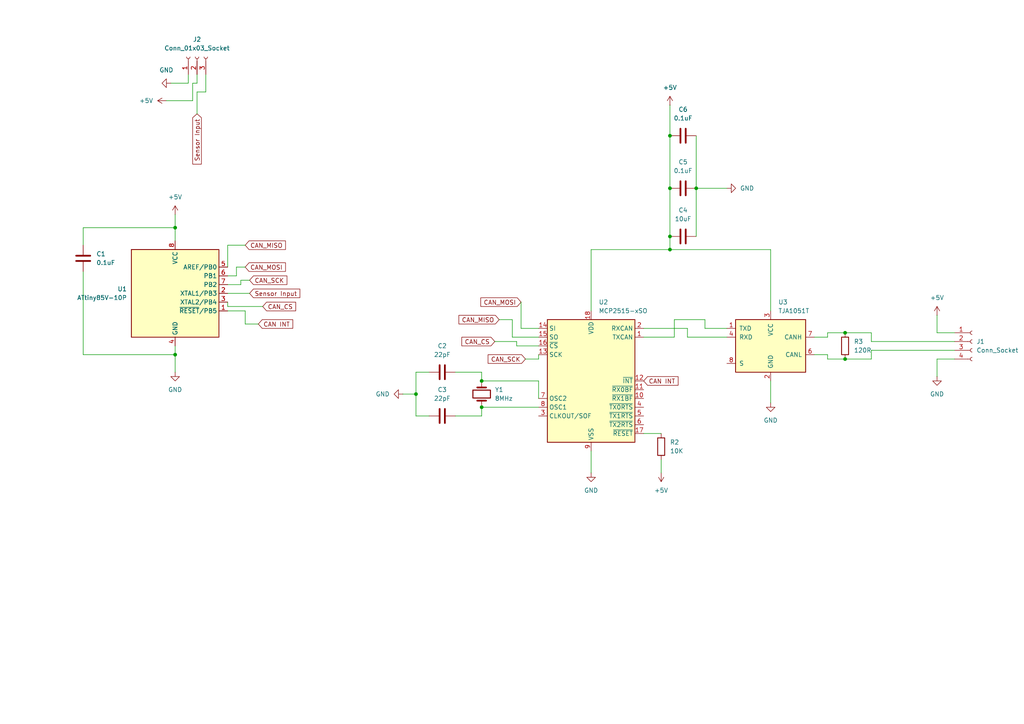
<source format=kicad_sch>
(kicad_sch (version 20231120) (generator "eeschema") (generator_version "8.0")
  (paper "A4")
  (lib_symbols
    (symbol "Connector:Conn_01x03_Socket" (pin_names (offset 1.016) hide)
      (property "Reference" "J" (at 0 5.08 0))
      (property "Value" "Conn_01x03_Socket" (at 0 -5.08 0))
      (symbol "Conn_01x03_Socket_1_1"
        (arc (start 0 -2.032) (mid -0.5058 -2.54) (end 0 -3.048) (stroke (width 0.1524)))
        (polyline (pts (xy -1.27 -2.54) (xy -0.508 -2.54)) (stroke (width 0.1524)))
        (polyline (pts (xy -1.27 0) (xy -0.508 0)) (stroke (width 0.1524)))
        (polyline (pts (xy -1.27 2.54) (xy -0.508 2.54)) (stroke (width 0.1524)))
        (arc (start 0 0.508) (mid -0.5058 0) (end 0 -0.508) (stroke (width 0.1524)))
        (arc (start 0 3.048) (mid -0.5058 2.54) (end 0 2.032) (stroke (width 0.1524)))
        (pin passive line (at -5.08 2.54 0) (length 3.81) (name "Pin_1") (number "1"))
        (pin passive line (at -5.08 0 0) (length 3.81) (name "Pin_2") (number "2"))
        (pin passive line (at -5.08 -2.54 0) (length 3.81) (name "Pin_3") (number "3"))
      )
    )
    (symbol "CustomLibrary:+5V" (power) (pin_numbers hide) (pin_names (offset 0) hide)
      (property "Value" "+5V" (at 0 3.556 0))
      (symbol "+5V_0_1"
        (polyline (pts (xy -0.762 1.27) (xy 0 2.54)))
        (polyline (pts (xy 0 0) (xy 0 2.54)))
        (polyline (pts (xy 0 2.54) (xy 0.762 1.27)))
      )
      (symbol "+5V_1_1"
        (pin power_in line (at 0 0 90) (length 0) (name "~") (number "1"))
      )
    )
    (symbol "CustomLibrary:ATtiny85V-10P"
      (property "Reference" "U" (at -12.7 13.97 0))
      (property "Value" "ATtiny85V-10P" (at 2.54 -13.97 0))
      (symbol "ATtiny85V-10P_0_1"
        (rectangle (start -12.7 -12.7) (end 12.7 12.7) (stroke (width 0.254)) (fill (type background)))
      )
      (symbol "ATtiny85V-10P_1_1"
        (pin bidirectional line (at 15.24 -5.08 180) (length 2.54) (name "~{RESET}/PB5") (number "1"))
        (pin bidirectional line (at 15.24 0 180) (length 2.54) (name "XTAL1/PB3") (number "2"))
        (pin bidirectional line (at 15.24 -2.54 180) (length 2.54) (name "XTAL2/PB4") (number "3"))
        (pin power_in line (at 0 -15.24 90) (length 2.54) (name "GND") (number "4"))
        (pin bidirectional line (at 15.24 7.62 180) (length 2.54) (name "AREF/PB0") (number "5"))
        (pin bidirectional line (at 15.24 5.08 180) (length 2.54) (name "PB1") (number "6"))
        (pin bidirectional line (at 15.24 2.54 180) (length 2.54) (name "PB2") (number "7"))
        (pin power_in line (at 0 15.24 270) (length 2.54) (name "VCC") (number "8"))
      )
    )
    (symbol "CustomLibrary:C" (pin_numbers hide) (pin_names (offset 0.254))
      (property "Reference" "C" (at 0.635 2.54 0))
      (property "Value" "C" (at 0.635 -2.54 0))
      (symbol "C_0_1"
        (polyline (pts (xy -2.032 -0.762) (xy 2.032 -0.762)) (stroke (width 0.508)))
        (polyline (pts (xy -2.032 0.762) (xy 2.032 0.762)) (stroke (width 0.508)))
      )
      (symbol "C_1_1"
        (pin passive line (at 0 3.81 270) (length 2.794) (name "~") (number "1"))
        (pin passive line (at 0 -3.81 90) (length 2.794) (name "~") (number "2"))
      )
    )
    (symbol "CustomLibrary:Conn_01x04_Socket" (pin_names (offset 1.016) hide)
      (property "Reference" "J" (at 0 5.08 0))
      (property "Value" "Conn_01x04_Socket" (at 0 -7.62 0))
      (symbol "Conn_01x04_Socket_1_1"
        (arc (start 0 -4.572) (mid -0.5058 -5.08) (end 0 -5.588) (stroke (width 0.1524)))
        (arc (start 0 -2.032) (mid -0.5058 -2.54) (end 0 -3.048) (stroke (width 0.1524)))
        (polyline (pts (xy -1.27 -5.08) (xy -0.508 -5.08)) (stroke (width 0.1524)))
        (polyline (pts (xy -1.27 -2.54) (xy -0.508 -2.54)) (stroke (width 0.1524)))
        (polyline (pts (xy -1.27 0) (xy -0.508 0)) (stroke (width 0.1524)))
        (polyline (pts (xy -1.27 2.54) (xy -0.508 2.54)) (stroke (width 0.1524)))
        (arc (start 0 0.508) (mid -0.5058 0) (end 0 -0.508) (stroke (width 0.1524)))
        (arc (start 0 3.048) (mid -0.5058 2.54) (end 0 2.032) (stroke (width 0.1524)))
        (pin passive line (at -5.08 2.54 0) (length 3.81) (name "Pin_1") (number "1"))
        (pin passive line (at -5.08 0 0) (length 3.81) (name "Pin_2") (number "2"))
        (pin passive line (at -5.08 -2.54 0) (length 3.81) (name "Pin_3") (number "3"))
        (pin passive line (at -5.08 -5.08 0) (length 3.81) (name "Pin_4") (number "4"))
      )
    )
    (symbol "CustomLibrary:Crystal" (pin_numbers hide) (pin_names (offset 1.016) hide)
      (property "Reference" "Y" (at 0 3.81 0))
      (property "Value" "Crystal" (at 0 -3.81 0))
      (symbol "Crystal_0_1"
        (rectangle (start -1.143 2.54) (end 1.143 -2.54) (stroke (width 0.3048)))
        (polyline (pts (xy -2.54 0) (xy -1.905 0)))
        (polyline (pts (xy -1.905 -1.27) (xy -1.905 1.27)) (stroke (width 0.508)))
        (polyline (pts (xy 1.905 -1.27) (xy 1.905 1.27)) (stroke (width 0.508)))
        (polyline (pts (xy 2.54 0) (xy 1.905 0)))
      )
      (symbol "Crystal_1_1"
        (pin passive line (at -3.81 0 0) (length 1.27) (name "1") (number "1"))
        (pin passive line (at 3.81 0 180) (length 1.27) (name "2") (number "2"))
      )
    )
    (symbol "CustomLibrary:GND" (power) (pin_numbers hide) (pin_names (offset 0) hide)
      (property "Value" "GND" (at 0 -3.81 0))
      (symbol "GND_0_1"
        (polyline (pts (xy 0 0) (xy 0 -1.27) (xy 1.27 -1.27) (xy 0 -2.54) (xy -1.27 -1.27) (xy 0 -1.27)))
      )
      (symbol "GND_1_1"
        (pin power_in line (at 0 0 270) (length 0) (name "~") (number "1"))
      )
    )
    (symbol "CustomLibrary:MCP2515-xSO"
      (property "Reference" "U" (at -10.16 19.685 0))
      (property "Value" "MCP2515-xSO" (at 19.05 20.32 0))
      (symbol "MCP2515-xSO_0_1"
        (rectangle (start -12.7 17.78) (end 12.7 -17.78) (stroke (width 0.254)) (fill (type background)))
      )
      (symbol "MCP2515-xSO_1_1"
        (pin output line (at 15.24 12.7 180) (length 2.54) (name "TXCAN") (number "1"))
        (pin output line (at 15.24 -5.08 180) (length 2.54) (name "~{RX1BF}") (number "10"))
        (pin output line (at 15.24 -2.54 180) (length 2.54) (name "~{RX0BF}") (number "11"))
        (pin output line (at 15.24 0 180) (length 2.54) (name "~{INT}") (number "12"))
        (pin input line (at -15.24 7.62 0) (length 2.54) (name "SCK") (number "13"))
        (pin input line (at -15.24 15.24 0) (length 2.54) (name "SI") (number "14"))
        (pin output line (at -15.24 12.7 0) (length 2.54) (name "SO") (number "15"))
        (pin input line (at -15.24 10.16 0) (length 2.54) (name "~{CS}") (number "16"))
        (pin input line (at 15.24 -15.24 180) (length 2.54) (name "~{RESET}") (number "17"))
        (pin power_in line (at 0 20.32 270) (length 2.54) (name "VDD") (number "18"))
        (pin input line (at 15.24 15.24 180) (length 2.54) (name "RXCAN") (number "2"))
        (pin output line (at -15.24 -10.16 0) (length 2.54) (name "CLKOUT/SOF") (number "3"))
        (pin input line (at 15.24 -7.62 180) (length 2.54) (name "~{TX0RTS}") (number "4"))
        (pin input line (at 15.24 -10.16 180) (length 2.54) (name "~{TX1RTS}") (number "5"))
        (pin input line (at 15.24 -12.7 180) (length 2.54) (name "~{TX2RTS}") (number "6"))
        (pin output line (at -15.24 -5.08 0) (length 2.54) (name "OSC2") (number "7"))
        (pin input line (at -15.24 -7.62 0) (length 2.54) (name "OSC1") (number "8"))
        (pin power_in line (at 0 -20.32 90) (length 2.54) (name "VSS") (number "9"))
      )
    )
    (symbol "CustomLibrary:R" (pin_numbers hide) (pin_names (offset 0))
      (property "Reference" "R" (at 2.032 0 90))
      (property "Value" "R" (at 0 0 90))
      (symbol "R_0_1"
        (rectangle (start -1.016 -2.54) (end 1.016 2.54) (stroke (width 0.254)))
      )
      (symbol "R_1_1"
        (pin passive line (at 0 3.81 270) (length 1.27) (name "~") (number "1"))
        (pin passive line (at 0 -3.81 90) (length 1.27) (name "~") (number "2"))
      )
    )
    (symbol "CustomLibrary:TJA1051T" (pin_names (offset 1.016))
      (property "Reference" "U" (at -10.16 8.89 0))
      (property "Value" "TJA1051T" (at 1.27 8.89 0))
      (symbol "TJA1051T_0_1"
        (rectangle (start -10.16 7.62) (end 10.16 -7.62) (stroke (width 0.254)) (fill (type background)))
      )
      (symbol "TJA1051T_1_1"
        (pin input line (at -12.7 5.08 0) (length 2.54) (name "TXD") (number "1"))
        (pin power_in line (at 0 -10.16 90) (length 2.54) (name "GND") (number "2"))
        (pin power_in line (at 0 10.16 270) (length 2.54) (name "VCC") (number "3"))
        (pin output line (at -12.7 2.54 0) (length 2.54) (name "RXD") (number "4"))
        (pin no_connect line (at -10.16 -2.54 0) (length 2.54) hide (name "NC") (number "5"))
        (pin bidirectional line (at 12.7 -2.54 180) (length 2.54) (name "CANL") (number "6"))
        (pin bidirectional line (at 12.7 2.54 180) (length 2.54) (name "CANH") (number "7"))
        (pin input line (at -12.7 -5.08 0) (length 2.54) (name "S") (number "8"))
      )
    )
  )
  (junction (at 194.31 54.61))
  (junction (at 50.8 102.87))
  (junction (at 139.7 118.11))
  (junction (at 245.11 104.14))
  (junction (at 194.31 68.58))
  (junction (at 120.65 114.3))
  (junction (at 139.7 110.49))
  (junction (at 245.11 96.52))
  (junction (at 194.31 39.37))
  (junction (at 201.93 54.61))
  (junction (at 50.8 66.04))
  (junction (at 194.31 72.39))
  (wire (pts (xy 66.04 71.12) (xy 66.04 77.47)))
  (wire (pts (xy 76.2 88.9) (xy 66.04 88.9)))
  (wire (pts (xy 68.58 80.01) (xy 68.58 77.47)))
  (wire (pts (xy 151.13 95.25) (xy 156.21 95.25)))
  (wire (pts (xy 156.21 118.11) (xy 139.7 118.11)))
  (wire (pts (xy 236.22 97.79) (xy 240.03 97.79)))
  (wire (pts (xy 223.52 72.39) (xy 194.31 72.39)))
  (wire (pts (xy 276.86 99.06) (xy 252.73 99.06)))
  (wire (pts (xy 124.46 107.95) (xy 120.65 107.95)))
  (wire (pts (xy 194.31 30.48) (xy 194.31 39.37)))
  (wire (pts (xy 201.93 39.37) (xy 201.93 54.61)))
  (wire (pts (xy 74.93 93.98) (xy 71.12 93.98)))
  (wire (pts (xy 171.45 130.81) (xy 171.45 137.16)))
  (wire (pts (xy 186.69 97.79) (xy 195.58 97.79)))
  (wire (pts (xy 132.08 120.65) (xy 139.7 120.65)))
  (wire (pts (xy 199.39 95.25) (xy 199.39 97.79)))
  (wire (pts (xy 271.78 104.14) (xy 271.78 109.22)))
  (wire (pts (xy 57.15 24.13) (xy 57.15 21.59)))
  (wire (pts (xy 194.31 72.39) (xy 171.45 72.39)))
  (wire (pts (xy 252.73 96.52) (xy 245.11 96.52)))
  (wire (pts (xy 24.13 102.87) (xy 50.8 102.87)))
  (wire (pts (xy 204.47 92.71) (xy 204.47 95.25)))
  (wire (pts (xy 48.26 29.21) (xy 55.88 29.21)))
  (wire (pts (xy 276.86 96.52) (xy 271.78 96.52)))
  (wire (pts (xy 132.08 107.95) (xy 139.7 107.95)))
  (wire (pts (xy 240.03 97.79) (xy 240.03 96.52)))
  (wire (pts (xy 50.8 66.04) (xy 50.8 69.85)))
  (wire (pts (xy 148.59 97.79) (xy 156.21 97.79)))
  (wire (pts (xy 171.45 72.39) (xy 171.45 90.17)))
  (wire (pts (xy 71.12 90.17) (xy 66.04 90.17)))
  (wire (pts (xy 54.61 24.13) (xy 54.61 21.59)))
  (wire (pts (xy 236.22 102.87) (xy 240.03 102.87)))
  (wire (pts (xy 55.88 29.21) (xy 55.88 24.13)))
  (wire (pts (xy 240.03 104.14) (xy 245.11 104.14)))
  (wire (pts (xy 156.21 115.57) (xy 156.21 110.49)))
  (wire (pts (xy 116.84 114.3) (xy 120.65 114.3)))
  (wire (pts (xy 49.53 24.13) (xy 54.61 24.13)))
  (wire (pts (xy 194.31 68.58) (xy 194.31 72.39)))
  (wire (pts (xy 59.69 26.67) (xy 59.69 21.59)))
  (wire (pts (xy 271.78 96.52) (xy 271.78 91.44)))
  (wire (pts (xy 195.58 92.71) (xy 204.47 92.71)))
  (wire (pts (xy 201.93 54.61) (xy 210.82 54.61)))
  (wire (pts (xy 55.88 24.13) (xy 57.15 24.13)))
  (wire (pts (xy 240.03 102.87) (xy 240.03 104.14)))
  (wire (pts (xy 252.73 99.06) (xy 252.73 96.52)))
  (wire (pts (xy 199.39 97.79) (xy 210.82 97.79)))
  (wire (pts (xy 186.69 95.25) (xy 199.39 95.25)))
  (wire (pts (xy 24.13 78.74) (xy 24.13 102.87)))
  (wire (pts (xy 120.65 107.95) (xy 120.65 114.3)))
  (wire (pts (xy 68.58 77.47) (xy 71.12 77.47)))
  (wire (pts (xy 201.93 54.61) (xy 201.93 68.58)))
  (wire (pts (xy 223.52 90.17) (xy 223.52 72.39)))
  (wire (pts (xy 24.13 66.04) (xy 50.8 66.04)))
  (wire (pts (xy 50.8 102.87) (xy 50.8 107.95)))
  (wire (pts (xy 194.31 39.37) (xy 194.31 54.61)))
  (wire (pts (xy 57.15 26.67) (xy 59.69 26.67)))
  (wire (pts (xy 57.15 33.02) (xy 57.15 26.67)))
  (wire (pts (xy 194.31 54.61) (xy 194.31 68.58)))
  (wire (pts (xy 120.65 120.65) (xy 124.46 120.65)))
  (wire (pts (xy 204.47 95.25) (xy 210.82 95.25)))
  (wire (pts (xy 152.4 104.14) (xy 156.21 104.14)))
  (wire (pts (xy 50.8 100.33) (xy 50.8 102.87)))
  (wire (pts (xy 156.21 110.49) (xy 139.7 110.49)))
  (wire (pts (xy 149.86 100.33) (xy 156.21 100.33)))
  (wire (pts (xy 66.04 80.01) (xy 68.58 80.01)))
  (wire (pts (xy 120.65 114.3) (xy 120.65 120.65)))
  (wire (pts (xy 71.12 93.98) (xy 71.12 90.17)))
  (wire (pts (xy 24.13 71.12) (xy 24.13 66.04)))
  (wire (pts (xy 149.86 99.06) (xy 149.86 100.33)))
  (wire (pts (xy 276.86 101.6) (xy 252.73 101.6)))
  (wire (pts (xy 139.7 120.65) (xy 139.7 118.11)))
  (wire (pts (xy 191.77 133.35) (xy 191.77 137.16)))
  (wire (pts (xy 252.73 101.6) (xy 252.73 104.14)))
  (wire (pts (xy 72.39 85.09) (xy 66.04 85.09)))
  (wire (pts (xy 252.73 104.14) (xy 245.11 104.14)))
  (wire (pts (xy 69.85 81.28) (xy 69.85 82.55)))
  (wire (pts (xy 144.78 92.71) (xy 148.59 92.71)))
  (wire (pts (xy 240.03 96.52) (xy 245.11 96.52)))
  (wire (pts (xy 276.86 104.14) (xy 271.78 104.14)))
  (wire (pts (xy 71.12 71.12) (xy 66.04 71.12)))
  (wire (pts (xy 195.58 97.79) (xy 195.58 92.71)))
  (wire (pts (xy 143.51 99.06) (xy 149.86 99.06)))
  (wire (pts (xy 148.59 92.71) (xy 148.59 97.79)))
  (wire (pts (xy 50.8 62.23) (xy 50.8 66.04)))
  (wire (pts (xy 156.21 104.14) (xy 156.21 102.87)))
  (wire (pts (xy 139.7 107.95) (xy 139.7 110.49)))
  (wire (pts (xy 223.52 110.49) (xy 223.52 116.84)))
  (wire (pts (xy 72.39 81.28) (xy 69.85 81.28)))
  (wire (pts (xy 66.04 88.9) (xy 66.04 87.63)))
  (wire (pts (xy 151.13 87.63) (xy 151.13 95.25)))
  (wire (pts (xy 186.69 125.73) (xy 191.77 125.73)))
  (wire (pts (xy 69.85 82.55) (xy 66.04 82.55)))
  (global_label "CAN_CS" (shape input) (at 143.51 99.06 180) (property "Intersheetrefs" "${INTERSHEET_REFS}" (effects (hide yes))))
  (global_label "CAN_MOSI" (shape input) (at 71.12 77.47 0) (property "Intersheetrefs" "${INTERSHEET_REFS}" (effects (hide yes))))
  (global_label "CAN INT" (shape input) (at 74.93 93.98 0) (property "Intersheetrefs" "${INTERSHEET_REFS}" (effects (hide yes))))
  (global_label "Sensor Input" (shape input) (at 72.39 85.09 0) (property "Intersheetrefs" "${INTERSHEET_REFS}" (effects (hide yes))))
  (global_label "CAN_CS" (shape input) (at 76.2 88.9 0) (property "Intersheetrefs" "${INTERSHEET_REFS}" (effects (hide yes))))
  (global_label "CAN_SCK" (shape input) (at 72.39 81.28 0) (property "Intersheetrefs" "${INTERSHEET_REFS}" (effects (hide yes))))
  (global_label "CAN_MOSI" (shape input) (at 151.13 87.63 180) (property "Intersheetrefs" "${INTERSHEET_REFS}" (effects (hide yes))))
  (global_label "CAN_MISO" (shape input) (at 71.12 71.12 0) (property "Intersheetrefs" "${INTERSHEET_REFS}" (effects (hide yes))))
  (global_label "Sensor Input" (shape input) (at 57.15 33.02 270) (property "Intersheetrefs" "${INTERSHEET_REFS}" (effects (hide yes))))
  (global_label "CAN_SCK" (shape input) (at 152.4 104.14 180) (property "Intersheetrefs" "${INTERSHEET_REFS}" (effects (hide yes))))
  (global_label "CAN_MISO" (shape input) (at 144.78 92.71 180) (property "Intersheetrefs" "${INTERSHEET_REFS}" (effects (hide yes))))
  (global_label "CAN INT" (shape input) (at 186.69 110.49 0) (property "Intersheetrefs" "${INTERSHEET_REFS}" (effects (hide yes))))
  (symbol (lib_id "CustomLibrary:ATtiny85V-10P") (at 50.8 85.09 0) (unit 1)
    (property "Reference" "U1" (at 36.83 83.8199 0) (effects (justify right)))
    (property "Value" "ATtiny85V-10P" (at 36.83 86.3599 0) (effects (justify right)))
    (property "Footprint" "Package_DIP:DIP-8_W7.62mm" (effects (hide yes)))
    (property "Datasheet" "http://ww1.microchip.com/downloads/en/DeviceDoc/atmel-2586-avr-8-bit-microcontroller-attiny25-attiny45-attiny85_datasheet.pdf" (effects (hide yes)))
    (property "Description" "10MHz, 8kB Flash, 512B SRAM, 512B EEPROM, debugWIRE, DIP-8" (effects (hide yes)))
  )
  (symbol (lib_id "CustomLibrary:+5V") (at 48.26 29.21 90) (unit 1)
    (property "Reference" "#PWR03" (effects (hide yes)))
    (property "Value" "+5V" (at 44.45 29.2099 90) (effects (justify left)))
    (property "Description" "Power symbol creates a global label with name \"+5V\"" (effects (hide yes)))
  )
  (symbol (lib_id "CustomLibrary:MCP2515-xSO") (at 171.45 110.49 0) (unit 1)
    (property "Reference" "U2" (at 173.6441 87.63 0) (effects (justify left)))
    (property "Value" "MCP2515-xSO" (at 173.6441 90.17 0) (effects (justify left)))
    (property "Footprint" "Package_SO:SOIC-18W_7.5x11.6mm_P1.27mm" (effects (hide yes)))
    (property "Datasheet" "http://ww1.microchip.com/downloads/en/DeviceDoc/21801e.pdf" (effects (hide yes)))
    (property "Description" "Stand-Alone CAN Controller with SPI Interface, SOIC-18" (effects (hide yes)))
  )
  (symbol (lib_id "CustomLibrary:GND") (at 50.8 107.95 0) (unit 1)
    (property "Reference" "#PWR02" (effects (hide yes)))
    (property "Value" "GND" (at 50.8 113.03 0))
    (property "Description" "Power symbol creates a global label with name \"GND\" , ground" (effects (hide yes)))
  )
  (symbol (lib_id "CustomLibrary:C") (at 198.12 39.37 270) (unit 1)
    (property "Reference" "C6" (at 198.12 31.75 90))
    (property "Value" "0.1uF" (at 198.12 34.29 90))
    (property "Footprint" "Capacitor_SMD:C_0805_2012Metric_Pad1.18x1.45mm_HandSolder" (effects (hide yes)))
    (property "Description" "Unpolarized capacitor" (effects (hide yes)))
  )
  (symbol (lib_id "CustomLibrary:C") (at 198.12 54.61 270) (unit 1)
    (property "Reference" "C5" (at 198.12 46.99 90))
    (property "Value" "0.1uF" (at 198.12 49.53 90))
    (property "Footprint" "Capacitor_SMD:C_0805_2012Metric_Pad1.18x1.45mm_HandSolder" (effects (hide yes)))
    (property "Description" "Unpolarized capacitor" (effects (hide yes)))
  )
  (symbol (lib_id "CustomLibrary:GND") (at 116.84 114.3 270) (unit 1)
    (property "Reference" "#PWR07" (effects (hide yes)))
    (property "Value" "GND" (at 113.03 114.2999 90) (effects (justify right)))
    (property "Description" "Power symbol creates a global label with name \"GND\" , ground" (effects (hide yes)))
  )
  (symbol (lib_id "CustomLibrary:C") (at 128.27 120.65 270) (unit 1)
    (property "Reference" "C3" (at 128.27 113.03 90))
    (property "Value" "22pF" (at 128.27 115.57 90))
    (property "Footprint" "Capacitor_SMD:C_0805_2012Metric_Pad1.18x1.45mm_HandSolder" (effects (hide yes)))
    (property "Description" "Unpolarized capacitor" (effects (hide yes)))
  )
  (symbol (lib_id "CustomLibrary:C") (at 128.27 107.95 270) (unit 1)
    (property "Reference" "C2" (at 128.27 100.33 90))
    (property "Value" "22pF" (at 128.27 102.87 90))
    (property "Footprint" "Capacitor_SMD:C_0805_2012Metric_Pad1.18x1.45mm_HandSolder" (effects (hide yes)))
    (property "Description" "Unpolarized capacitor" (effects (hide yes)))
  )
  (symbol (lib_id "CustomLibrary:C") (at 198.12 68.58 270) (unit 1)
    (property "Reference" "C4" (at 198.12 60.96 90))
    (property "Value" "10uF" (at 198.12 63.5 90))
    (property "Footprint" "Capacitor_SMD:C_0805_2012Metric_Pad1.18x1.45mm_HandSolder" (effects (hide yes)))
    (property "Description" "Unpolarized capacitor" (effects (hide yes)))
  )
  (symbol (lib_id "CustomLibrary:+5V") (at 194.31 30.48 0) (unit 1)
    (property "Reference" "#PWR05" (effects (hide yes)))
    (property "Value" "+5V" (at 194.31 25.4 0))
    (property "Description" "Power symbol creates a global label with name \"+5V\"" (effects (hide yes)))
  )
  (symbol (lib_id "CustomLibrary:Conn_01x04_Socket") (at 281.94 99.06 0) (unit 1)
    (property "Reference" "J1" (at 283.21 99.0599 0) (effects (justify left)))
    (property "Value" "Conn_Socket" (at 283.21 101.5999 0) (effects (justify left)))
    (property "Footprint" "Connector_PinHeader_2.54mm:PinHeader_1x04_P2.54mm_Vertical" (effects (hide yes)))
    (property "Description" "Generic connector, single row, 01x04, script generated" (effects (hide yes)))
  )
  (symbol (lib_id "CustomLibrary:GND") (at 171.45 137.16 0) (unit 1)
    (property "Reference" "#PWR06" (effects (hide yes)))
    (property "Value" "GND" (at 171.45 142.24 0))
    (property "Description" "Power symbol creates a global label with name \"GND\" , ground" (effects (hide yes)))
  )
  (symbol (lib_id "CustomLibrary:R") (at 191.77 129.54 0) (unit 1)
    (property "Reference" "R2" (at 194.31 128.2699 0) (effects (justify left)))
    (property "Value" "10K" (at 194.31 130.8099 0) (effects (justify left)))
    (property "Footprint" "Resistor_SMD:R_0805_2012Metric_Pad1.20x1.40mm_HandSolder" (effects (hide yes)))
    (property "Description" "Resistor" (effects (hide yes)))
  )
  (symbol (lib_id "CustomLibrary:+5V") (at 50.8 62.23 0) (unit 1)
    (property "Reference" "#PWR01" (effects (hide yes)))
    (property "Value" "+5V" (at 50.8 57.15 0))
    (property "Description" "Power symbol creates a global label with name \"+5V\"" (effects (hide yes)))
  )
  (symbol (lib_id "CustomLibrary:Crystal") (at 139.7 114.3 270) (unit 1)
    (property "Reference" "Y1" (at 143.51 113.0299 90) (effects (justify left)))
    (property "Value" "8MHz" (at 143.51 115.5699 90) (effects (justify left)))
    (property "Footprint" "Crystal:Crystal_HC49-4H_Vertical" (effects (hide yes)))
    (property "Description" "Two pin crystal" (effects (hide yes)))
  )
  (symbol (lib_id "CustomLibrary:C") (at 24.13 74.93 0) (unit 1)
    (property "Reference" "C1" (at 27.94 73.6599 0) (effects (justify left)))
    (property "Value" "0.1uF" (at 27.94 76.1999 0) (effects (justify left)))
    (property "Footprint" "Capacitor_SMD:C_0805_2012Metric_Pad1.18x1.45mm_HandSolder" (effects (hide yes)))
    (property "Description" "Unpolarized capacitor" (effects (hide yes)))
  )
  (symbol (lib_id "CustomLibrary:GND") (at 210.82 54.61 90) (unit 1)
    (property "Reference" "#PWR010" (effects (hide yes)))
    (property "Value" "GND" (at 214.63 54.6099 90) (effects (justify right)))
    (property "Description" "Power symbol creates a global label with name \"GND\" , ground" (effects (hide yes)))
  )
  (symbol (lib_id "Connector:Conn_01x03_Socket") (at 57.15 16.51 90) (unit 1)
    (property "Reference" "J2" (at 57.15 11.43 90))
    (property "Value" "Conn_01x03_Socket" (at 57.15 13.97 90))
    (property "Footprint" "Connector_PinHeader_2.54mm:PinHeader_1x03_P2.54mm_Vertical" (effects (hide yes)))
    (property "Description" "Generic connector, single row, 01x03, script generated" (effects (hide yes)))
  )
  (symbol (lib_id "CustomLibrary:GND") (at 223.52 116.84 0) (unit 1)
    (property "Reference" "#PWR09" (effects (hide yes)))
    (property "Value" "GND" (at 223.52 121.92 0))
    (property "Description" "Power symbol creates a global label with name \"GND\" , ground" (effects (hide yes)))
  )
  (symbol (lib_id "CustomLibrary:+5V") (at 271.78 91.44 0) (unit 1)
    (property "Reference" "#PWR011" (effects (hide yes)))
    (property "Value" "+5V" (at 271.78 86.36 0))
    (property "Description" "Power symbol creates a global label with name \"+5V\"" (effects (hide yes)))
  )
  (symbol (lib_id "CustomLibrary:GND") (at 49.53 24.13 270) (unit 1)
    (property "Reference" "#PWR04" (effects (hide yes)))
    (property "Value" "GND" (at 48.26 20.32 90))
    (property "Description" "Power symbol creates a global label with name \"GND\" , ground" (effects (hide yes)))
  )
  (symbol (lib_id "CustomLibrary:GND") (at 271.78 109.22 0) (unit 1)
    (property "Reference" "#PWR012" (effects (hide yes)))
    (property "Value" "GND" (at 271.78 114.3 0))
    (property "Description" "Power symbol creates a global label with name \"GND\" , ground" (effects (hide yes)))
  )
  (symbol (lib_id "CustomLibrary:TJA1051T") (at 223.52 100.33 0) (unit 1)
    (property "Reference" "U3" (at 225.7141 87.63 0) (effects (justify left)))
    (property "Value" "TJA1051T" (at 225.7141 90.17 0) (effects (justify left)))
    (property "Footprint" "Package_SO:SOIC-8_3.9x4.9mm_P1.27mm" (effects (hide yes)))
    (property "Datasheet" "http://www.nxp.com/docs/en/data-sheet/TJA1051.pdf" (effects (hide yes)))
    (property "Description" "High-Speed CAN Transceiver, silent mode, SOIC-8" (effects (hide yes)))
  )
  (symbol (lib_id "CustomLibrary:+5V") (at 191.77 137.16 180) (unit 1)
    (property "Reference" "#PWR08" (effects (hide yes)))
    (property "Value" "+5V" (at 191.77 142.24 0))
    (property "Description" "Power symbol creates a global label with name \"+5V\"" (effects (hide yes)))
  )
  (symbol (lib_id "CustomLibrary:R") (at 245.11 100.33 0) (unit 1)
    (property "Reference" "R3" (at 247.65 99.0599 0) (effects (justify left)))
    (property "Value" "120R" (at 247.65 101.5999 0) (effects (justify left)))
    (property "Footprint" "Resistor_SMD:R_0805_2012Metric_Pad1.20x1.40mm_HandSolder" (effects (hide yes)))
    (property "Description" "Resistor" (effects (hide yes)))
  )
)
</source>
